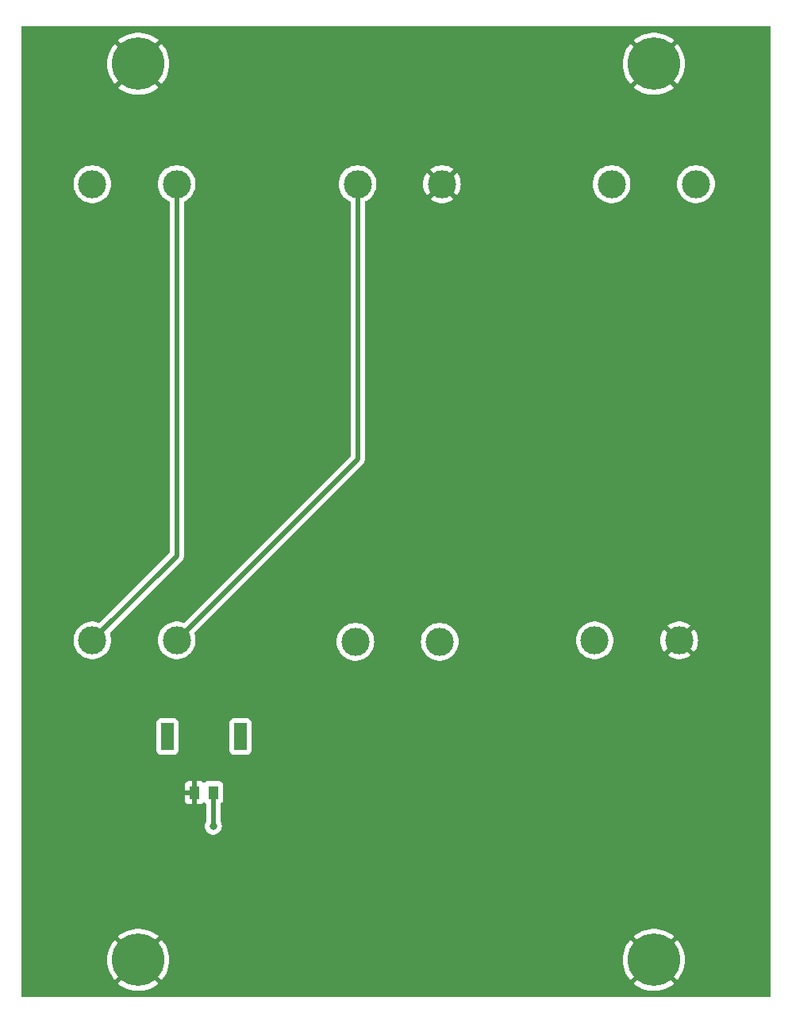
<source format=gbl>
G04 #@! TF.GenerationSoftware,KiCad,Pcbnew,7.0.1-0*
G04 #@! TF.CreationDate,2023-03-19T01:48:45-04:00*
G04 #@! TF.ProjectId,solar-cell-pcbs-usbUPDATING,736f6c61-722d-4636-956c-6c2d70636273,3*
G04 #@! TF.SameCoordinates,Original*
G04 #@! TF.FileFunction,Copper,L2,Bot*
G04 #@! TF.FilePolarity,Positive*
%FSLAX46Y46*%
G04 Gerber Fmt 4.6, Leading zero omitted, Abs format (unit mm)*
G04 Created by KiCad (PCBNEW 7.0.1-0) date 2023-03-19 01:48:45*
%MOMM*%
%LPD*%
G01*
G04 APERTURE LIST*
G04 #@! TA.AperFunction,ComponentPad*
%ADD10C,5.600000*%
G04 #@! TD*
G04 #@! TA.AperFunction,ComponentPad*
%ADD11C,3.000000*%
G04 #@! TD*
G04 #@! TA.AperFunction,SMDPad,CuDef*
%ADD12R,1.100000X1.450000*%
G04 #@! TD*
G04 #@! TA.AperFunction,SMDPad,CuDef*
%ADD13R,1.350000X2.899999*%
G04 #@! TD*
G04 #@! TA.AperFunction,ViaPad*
%ADD14C,0.800000*%
G04 #@! TD*
G04 #@! TA.AperFunction,Conductor*
%ADD15C,0.500000*%
G04 #@! TD*
G04 APERTURE END LIST*
D10*
X84600000Y-42750000D03*
D11*
X107768000Y-104348000D03*
X116768000Y-104348000D03*
X133300000Y-104200000D03*
X142300000Y-104200000D03*
D10*
X139600000Y-138250000D03*
D11*
X79700000Y-104200000D03*
X88700000Y-104200000D03*
X135100000Y-55580000D03*
X144100000Y-55580000D03*
D10*
X84600000Y-138250000D03*
D11*
X79700000Y-55580000D03*
X88700000Y-55580000D03*
D10*
X139600000Y-42750000D03*
D11*
X108000000Y-55580000D03*
X117000000Y-55580000D03*
D12*
X90605000Y-120420000D03*
X92605001Y-120420000D03*
D13*
X87710002Y-114445001D03*
X95499997Y-114445001D03*
D14*
X146100000Y-104300000D03*
X145200000Y-106900000D03*
X144300000Y-106200000D03*
X142400000Y-101600000D03*
X120000000Y-58040000D03*
X144200000Y-102400000D03*
X120900000Y-53240000D03*
X141200000Y-101600000D03*
X117300000Y-58200000D03*
X118400000Y-52040000D03*
X120900000Y-55140000D03*
X116200000Y-58600000D03*
X118900000Y-53340000D03*
X89300000Y-118900000D03*
X88100000Y-120600000D03*
X114500000Y-55240000D03*
X115100000Y-53440000D03*
X142300000Y-106900000D03*
X120200000Y-56640000D03*
X88200000Y-121900000D03*
X119600000Y-55240000D03*
X89000000Y-121300000D03*
X145200000Y-105500000D03*
X120000000Y-54040000D03*
X88100000Y-119300000D03*
X144900000Y-104300000D03*
X115800000Y-51940000D03*
X140400000Y-106200000D03*
X119000000Y-57140000D03*
X88900000Y-119800000D03*
X117000000Y-52640000D03*
X118500000Y-58340000D03*
X139800000Y-104300000D03*
X145200000Y-103100000D03*
X114400000Y-56600000D03*
X89700000Y-122200000D03*
X143800000Y-107300000D03*
X119800000Y-52340000D03*
X145100000Y-101700000D03*
X143600000Y-101200000D03*
X146300000Y-105800000D03*
X92600000Y-124000000D03*
D15*
X88700000Y-95200000D02*
X88700000Y-55580000D01*
X79700000Y-104200000D02*
X88700000Y-95200000D01*
X108000000Y-84900000D02*
X108000000Y-55580000D01*
X88700000Y-104200000D02*
X108000000Y-84900000D01*
X92605001Y-123994999D02*
X92605001Y-120420000D01*
G04 #@! TA.AperFunction,Conductor*
G36*
X152026500Y-38777381D02*
G01*
X152072619Y-38823500D01*
X152089500Y-38886500D01*
X152089500Y-142113500D01*
X152072619Y-142176500D01*
X152026500Y-142222619D01*
X151963500Y-142239500D01*
X143602088Y-142239500D01*
X135602088Y-142239500D01*
X88602088Y-142239500D01*
X80602088Y-142239500D01*
X72236500Y-142239500D01*
X72173500Y-142222619D01*
X72127381Y-142176500D01*
X72110500Y-142113500D01*
X72110500Y-140764706D01*
X82444502Y-140764706D01*
X82455307Y-140774940D01*
X82740860Y-140992013D01*
X83048233Y-141176953D01*
X83373782Y-141327568D01*
X83713715Y-141442105D01*
X84064040Y-141519217D01*
X84420642Y-141558000D01*
X84779358Y-141558000D01*
X85135959Y-141519217D01*
X85486284Y-141442105D01*
X85826217Y-141327568D01*
X86151766Y-141176953D01*
X86459139Y-140992013D01*
X86744693Y-140774939D01*
X86755496Y-140764706D01*
X137444502Y-140764706D01*
X137455307Y-140774940D01*
X137740860Y-140992013D01*
X138048233Y-141176953D01*
X138373782Y-141327568D01*
X138713715Y-141442105D01*
X139064040Y-141519217D01*
X139420642Y-141558000D01*
X139779358Y-141558000D01*
X140135959Y-141519217D01*
X140486284Y-141442105D01*
X140826217Y-141327568D01*
X141151766Y-141176953D01*
X141459139Y-140992013D01*
X141744693Y-140774939D01*
X141755496Y-140764706D01*
X139600001Y-138609210D01*
X139599999Y-138609210D01*
X137444502Y-140764706D01*
X86755496Y-140764706D01*
X84600001Y-138609210D01*
X84599999Y-138609210D01*
X82444502Y-140764706D01*
X72110500Y-140764706D01*
X72110500Y-138249999D01*
X81287140Y-138249999D01*
X81306561Y-138608183D01*
X81364593Y-138962166D01*
X81460557Y-139307797D01*
X81593331Y-139641032D01*
X81761352Y-139957955D01*
X81962655Y-140254854D01*
X82088168Y-140402620D01*
X84240789Y-138250001D01*
X84959210Y-138250001D01*
X87111831Y-140402620D01*
X87237344Y-140254854D01*
X87438647Y-139957955D01*
X87606668Y-139641032D01*
X87739442Y-139307797D01*
X87835406Y-138962166D01*
X87893438Y-138608183D01*
X87912859Y-138250000D01*
X136287140Y-138250000D01*
X136306561Y-138608183D01*
X136364593Y-138962166D01*
X136460557Y-139307797D01*
X136593331Y-139641032D01*
X136761352Y-139957955D01*
X136962655Y-140254854D01*
X137088168Y-140402620D01*
X139240789Y-138250000D01*
X139959210Y-138250000D01*
X142111831Y-140402620D01*
X142237344Y-140254854D01*
X142438647Y-139957955D01*
X142606668Y-139641032D01*
X142739442Y-139307797D01*
X142835406Y-138962166D01*
X142893438Y-138608183D01*
X142912859Y-138250000D01*
X142893438Y-137891816D01*
X142835406Y-137537833D01*
X142739442Y-137192202D01*
X142606668Y-136858967D01*
X142438647Y-136542044D01*
X142237341Y-136245140D01*
X142111831Y-136097377D01*
X139959210Y-138249998D01*
X139959210Y-138250000D01*
X139240789Y-138250000D01*
X139240789Y-138249998D01*
X137088167Y-136097377D01*
X137088166Y-136097378D01*
X136962658Y-136245139D01*
X136761352Y-136542044D01*
X136593331Y-136858967D01*
X136460557Y-137192202D01*
X136364593Y-137537833D01*
X136306561Y-137891816D01*
X136287140Y-138250000D01*
X87912859Y-138250000D01*
X87912859Y-138249999D01*
X87893438Y-137891816D01*
X87835406Y-137537833D01*
X87739442Y-137192202D01*
X87606668Y-136858967D01*
X87438647Y-136542044D01*
X87237341Y-136245140D01*
X87111831Y-136097377D01*
X84959210Y-138249999D01*
X84959210Y-138250001D01*
X84240789Y-138250001D01*
X84240789Y-138249999D01*
X82088167Y-136097377D01*
X82088166Y-136097378D01*
X81962658Y-136245139D01*
X81761352Y-136542044D01*
X81593331Y-136858967D01*
X81460557Y-137192202D01*
X81364593Y-137537833D01*
X81306561Y-137891816D01*
X81287140Y-138249999D01*
X72110500Y-138249999D01*
X72110500Y-135735292D01*
X82444502Y-135735292D01*
X84599999Y-137890789D01*
X84600001Y-137890789D01*
X86755496Y-135735292D01*
X137444502Y-135735292D01*
X139599999Y-137890789D01*
X139600001Y-137890789D01*
X141755496Y-135735292D01*
X141744692Y-135725059D01*
X141459139Y-135507986D01*
X141151766Y-135323046D01*
X140826217Y-135172431D01*
X140486284Y-135057894D01*
X140135959Y-134980782D01*
X139779358Y-134942000D01*
X139420642Y-134942000D01*
X139064040Y-134980782D01*
X138713715Y-135057894D01*
X138373782Y-135172431D01*
X138048233Y-135323046D01*
X137740860Y-135507986D01*
X137455303Y-135725062D01*
X137444502Y-135735292D01*
X86755496Y-135735292D01*
X86744692Y-135725059D01*
X86459139Y-135507986D01*
X86151766Y-135323046D01*
X85826217Y-135172431D01*
X85486284Y-135057894D01*
X85135959Y-134980782D01*
X84779358Y-134942000D01*
X84420642Y-134942000D01*
X84064040Y-134980782D01*
X83713715Y-135057894D01*
X83373782Y-135172431D01*
X83048233Y-135323046D01*
X82740860Y-135507986D01*
X82455303Y-135725062D01*
X82444502Y-135735292D01*
X72110500Y-135735292D01*
X72110500Y-120674000D01*
X89547000Y-120674000D01*
X89547000Y-121193589D01*
X89553505Y-121254093D01*
X89604554Y-121390962D01*
X89692095Y-121507904D01*
X89809037Y-121595445D01*
X89945906Y-121646494D01*
X90006411Y-121653000D01*
X90351000Y-121653000D01*
X90859000Y-121653000D01*
X91203589Y-121653000D01*
X91264093Y-121646494D01*
X91400962Y-121595445D01*
X91529074Y-121499542D01*
X91577800Y-121477290D01*
X91631366Y-121477290D01*
X91680092Y-121499542D01*
X91796010Y-121586318D01*
X91833174Y-121630787D01*
X91846501Y-121687186D01*
X91846501Y-123454339D01*
X91829620Y-123517337D01*
X91798517Y-123571210D01*
X91765471Y-123628446D01*
X91706458Y-123810070D01*
X91686496Y-123999999D01*
X91706458Y-124189929D01*
X91765472Y-124371556D01*
X91860958Y-124536942D01*
X91860960Y-124536944D01*
X91988747Y-124678866D01*
X92143248Y-124791118D01*
X92317712Y-124868794D01*
X92504513Y-124908500D01*
X92695485Y-124908500D01*
X92695487Y-124908500D01*
X92882288Y-124868794D01*
X93056752Y-124791118D01*
X93211253Y-124678866D01*
X93339040Y-124536944D01*
X93434527Y-124371556D01*
X93493542Y-124189928D01*
X93513504Y-124000000D01*
X93493542Y-123810072D01*
X93434527Y-123628444D01*
X93380382Y-123534662D01*
X93363501Y-123471662D01*
X93363501Y-121687186D01*
X93376829Y-121630786D01*
X93413992Y-121586318D01*
X93518262Y-121508261D01*
X93605889Y-121391205D01*
X93605888Y-121391205D01*
X93605890Y-121391204D01*
X93656990Y-121254201D01*
X93663501Y-121193638D01*
X93663501Y-119646362D01*
X93656990Y-119585799D01*
X93605890Y-119448796D01*
X93541447Y-119362710D01*
X93518262Y-119331738D01*
X93401206Y-119244111D01*
X93332703Y-119218561D01*
X93264202Y-119193011D01*
X93203639Y-119186500D01*
X92006363Y-119186500D01*
X91945800Y-119193011D01*
X91808795Y-119244111D01*
X91680093Y-119340457D01*
X91631368Y-119362709D01*
X91577801Y-119362710D01*
X91529075Y-119340458D01*
X91400960Y-119244553D01*
X91264093Y-119193505D01*
X91203589Y-119187000D01*
X90859000Y-119187000D01*
X90859000Y-121653000D01*
X90351000Y-121653000D01*
X90351000Y-120674000D01*
X89547000Y-120674000D01*
X72110500Y-120674000D01*
X72110500Y-120166000D01*
X89547000Y-120166000D01*
X90351000Y-120166000D01*
X90351000Y-119187000D01*
X90006411Y-119187000D01*
X89945906Y-119193505D01*
X89809037Y-119244554D01*
X89692095Y-119332095D01*
X89604554Y-119449037D01*
X89553505Y-119585906D01*
X89547000Y-119646411D01*
X89547000Y-120166000D01*
X72110500Y-120166000D01*
X72110500Y-115943639D01*
X86526502Y-115943639D01*
X86533013Y-116004201D01*
X86584113Y-116141206D01*
X86671740Y-116258262D01*
X86788796Y-116345889D01*
X86788797Y-116345889D01*
X86788798Y-116345890D01*
X86925801Y-116396990D01*
X86986364Y-116403501D01*
X88433640Y-116403501D01*
X88494203Y-116396990D01*
X88631206Y-116345890D01*
X88748263Y-116258262D01*
X88835891Y-116141205D01*
X88886991Y-116004202D01*
X88893502Y-115943639D01*
X94316497Y-115943639D01*
X94323008Y-116004201D01*
X94374108Y-116141206D01*
X94461735Y-116258262D01*
X94578791Y-116345889D01*
X94578792Y-116345889D01*
X94578793Y-116345890D01*
X94715796Y-116396990D01*
X94776359Y-116403501D01*
X96223635Y-116403501D01*
X96284198Y-116396990D01*
X96421201Y-116345890D01*
X96538258Y-116258262D01*
X96625886Y-116141205D01*
X96676986Y-116004202D01*
X96683497Y-115943639D01*
X96683497Y-112946363D01*
X96676986Y-112885800D01*
X96625886Y-112748797D01*
X96625885Y-112748795D01*
X96538258Y-112631739D01*
X96421202Y-112544112D01*
X96352699Y-112518562D01*
X96284198Y-112493012D01*
X96223635Y-112486501D01*
X94776359Y-112486501D01*
X94715796Y-112493012D01*
X94578791Y-112544112D01*
X94461735Y-112631739D01*
X94374108Y-112748795D01*
X94323008Y-112885800D01*
X94316497Y-112946363D01*
X94316497Y-115943639D01*
X88893502Y-115943639D01*
X88893502Y-112946363D01*
X88886991Y-112885800D01*
X88835891Y-112748797D01*
X88835890Y-112748795D01*
X88748263Y-112631739D01*
X88631207Y-112544112D01*
X88562704Y-112518562D01*
X88494203Y-112493012D01*
X88433640Y-112486501D01*
X86986364Y-112486501D01*
X86925801Y-112493012D01*
X86788796Y-112544112D01*
X86671740Y-112631739D01*
X86584113Y-112748795D01*
X86533013Y-112885800D01*
X86526502Y-112946363D01*
X86526502Y-115943639D01*
X72110500Y-115943639D01*
X72110500Y-104199999D01*
X77686807Y-104199999D01*
X77705557Y-104474124D01*
X77705557Y-104474128D01*
X77705558Y-104474130D01*
X77761462Y-104743153D01*
X77761463Y-104743155D01*
X77853476Y-105002057D01*
X77979889Y-105246024D01*
X78084358Y-105394023D01*
X78138343Y-105470502D01*
X78325889Y-105671314D01*
X78539031Y-105844718D01*
X78773800Y-105987484D01*
X79025823Y-106096953D01*
X79290404Y-106171085D01*
X79290410Y-106171085D01*
X79290411Y-106171086D01*
X79562612Y-106208500D01*
X79562615Y-106208500D01*
X79837385Y-106208500D01*
X79837388Y-106208500D01*
X80056636Y-106178364D01*
X80109596Y-106171085D01*
X80374177Y-106096953D01*
X80626200Y-105987484D01*
X80860969Y-105844718D01*
X81074111Y-105671314D01*
X81261657Y-105470502D01*
X81420111Y-105246023D01*
X81546523Y-105002058D01*
X81638538Y-104743153D01*
X81694442Y-104474130D01*
X81713193Y-104200000D01*
X81713193Y-104199999D01*
X86686807Y-104199999D01*
X86705557Y-104474124D01*
X86705557Y-104474128D01*
X86705558Y-104474130D01*
X86761462Y-104743153D01*
X86761463Y-104743155D01*
X86853476Y-105002057D01*
X86979889Y-105246024D01*
X87084358Y-105394023D01*
X87138343Y-105470502D01*
X87325889Y-105671314D01*
X87539031Y-105844718D01*
X87773800Y-105987484D01*
X88025823Y-106096953D01*
X88290404Y-106171085D01*
X88290410Y-106171085D01*
X88290411Y-106171086D01*
X88562612Y-106208500D01*
X88562615Y-106208500D01*
X88837385Y-106208500D01*
X88837388Y-106208500D01*
X89056636Y-106178364D01*
X89109596Y-106171085D01*
X89374177Y-106096953D01*
X89626200Y-105987484D01*
X89860969Y-105844718D01*
X90074111Y-105671314D01*
X90261657Y-105470502D01*
X90420111Y-105246023D01*
X90546523Y-105002058D01*
X90638538Y-104743153D01*
X90694442Y-104474130D01*
X90703070Y-104348000D01*
X105754807Y-104348000D01*
X105773557Y-104622124D01*
X105773557Y-104622128D01*
X105773558Y-104622130D01*
X105829462Y-104891153D01*
X105829463Y-104891155D01*
X105921476Y-105150057D01*
X106047889Y-105394024D01*
X106206342Y-105618501D01*
X106206343Y-105618502D01*
X106393889Y-105819314D01*
X106607031Y-105992718D01*
X106841800Y-106135484D01*
X107093823Y-106244953D01*
X107358404Y-106319085D01*
X107358410Y-106319085D01*
X107358411Y-106319086D01*
X107630612Y-106356500D01*
X107630615Y-106356500D01*
X107905385Y-106356500D01*
X107905388Y-106356500D01*
X108124636Y-106326364D01*
X108177596Y-106319085D01*
X108442177Y-106244953D01*
X108694200Y-106135484D01*
X108928969Y-105992718D01*
X109142111Y-105819314D01*
X109329657Y-105618502D01*
X109488111Y-105394023D01*
X109614523Y-105150058D01*
X109706538Y-104891153D01*
X109762442Y-104622130D01*
X109781193Y-104348000D01*
X114754807Y-104348000D01*
X114773557Y-104622124D01*
X114773557Y-104622128D01*
X114773558Y-104622130D01*
X114829462Y-104891153D01*
X114829463Y-104891155D01*
X114921476Y-105150057D01*
X115047889Y-105394024D01*
X115206342Y-105618501D01*
X115206343Y-105618502D01*
X115393889Y-105819314D01*
X115607031Y-105992718D01*
X115841800Y-106135484D01*
X116093823Y-106244953D01*
X116358404Y-106319085D01*
X116358410Y-106319085D01*
X116358411Y-106319086D01*
X116630612Y-106356500D01*
X116630615Y-106356500D01*
X116905385Y-106356500D01*
X116905388Y-106356500D01*
X117124636Y-106326364D01*
X117177596Y-106319085D01*
X117442177Y-106244953D01*
X117694200Y-106135484D01*
X117928969Y-105992718D01*
X118142111Y-105819314D01*
X118329657Y-105618502D01*
X118488111Y-105394023D01*
X118614523Y-105150058D01*
X118706538Y-104891153D01*
X118762442Y-104622130D01*
X118781193Y-104348000D01*
X118771070Y-104200000D01*
X131286807Y-104200000D01*
X131305557Y-104474124D01*
X131305557Y-104474128D01*
X131305558Y-104474130D01*
X131361462Y-104743153D01*
X131361463Y-104743155D01*
X131453476Y-105002057D01*
X131579889Y-105246024D01*
X131684358Y-105394023D01*
X131738343Y-105470502D01*
X131925889Y-105671314D01*
X132139031Y-105844718D01*
X132373800Y-105987484D01*
X132625823Y-106096953D01*
X132890404Y-106171085D01*
X132890410Y-106171085D01*
X132890411Y-106171086D01*
X133162612Y-106208500D01*
X133162615Y-106208500D01*
X133437385Y-106208500D01*
X133437388Y-106208500D01*
X133656636Y-106178364D01*
X133709596Y-106171085D01*
X133974177Y-106096953D01*
X134226200Y-105987484D01*
X134460969Y-105844718D01*
X134530078Y-105788494D01*
X141070715Y-105788494D01*
X141139321Y-105844310D01*
X141374026Y-105987036D01*
X141625989Y-106096480D01*
X141890513Y-106170596D01*
X142162645Y-106208000D01*
X142437355Y-106208000D01*
X142709486Y-106170596D01*
X142974010Y-106096480D01*
X143225970Y-105987038D01*
X143460681Y-105844307D01*
X143529283Y-105788493D01*
X143529283Y-105788492D01*
X142300001Y-104559210D01*
X142299999Y-104559210D01*
X141070715Y-105788492D01*
X141070715Y-105788494D01*
X134530078Y-105788494D01*
X134674111Y-105671314D01*
X134861657Y-105470502D01*
X135020111Y-105246023D01*
X135146523Y-105002058D01*
X135238538Y-104743153D01*
X135294442Y-104474130D01*
X135313193Y-104200000D01*
X135313193Y-104199999D01*
X140287308Y-104199999D01*
X140306053Y-104474056D01*
X140361945Y-104743020D01*
X140453936Y-105001860D01*
X140580318Y-105245765D01*
X140710540Y-105430248D01*
X140710541Y-105430248D01*
X141940790Y-104200001D01*
X142659210Y-104200001D01*
X143889457Y-105430247D01*
X144019683Y-105245761D01*
X144146063Y-105001860D01*
X144238054Y-104743020D01*
X144293946Y-104474056D01*
X144312691Y-104199999D01*
X144293946Y-103925943D01*
X144238054Y-103656979D01*
X144146063Y-103398139D01*
X144019683Y-103154238D01*
X143889457Y-102969750D01*
X142659210Y-104199999D01*
X142659210Y-104200001D01*
X141940790Y-104200001D01*
X141940790Y-104199999D01*
X140710541Y-102969750D01*
X140580316Y-103154240D01*
X140453936Y-103398139D01*
X140361945Y-103656979D01*
X140306053Y-103925943D01*
X140287308Y-104199999D01*
X135313193Y-104199999D01*
X135294442Y-103925870D01*
X135238538Y-103656847D01*
X135146523Y-103397942D01*
X135020111Y-103153977D01*
X134966126Y-103077498D01*
X134861656Y-102929497D01*
X134674112Y-102728687D01*
X134530076Y-102611505D01*
X141070714Y-102611505D01*
X142299999Y-103840790D01*
X142300000Y-103840790D01*
X143529283Y-102611504D01*
X143460678Y-102555689D01*
X143225973Y-102412963D01*
X142974010Y-102303519D01*
X142709486Y-102229403D01*
X142437355Y-102192000D01*
X142162645Y-102192000D01*
X141890513Y-102229403D01*
X141625989Y-102303519D01*
X141374026Y-102412963D01*
X141139322Y-102555689D01*
X141070715Y-102611505D01*
X141070714Y-102611505D01*
X134530076Y-102611505D01*
X134460969Y-102555282D01*
X134289563Y-102451048D01*
X134226200Y-102412516D01*
X133974177Y-102303047D01*
X133709596Y-102228915D01*
X133709594Y-102228914D01*
X133709588Y-102228913D01*
X133437388Y-102191500D01*
X133437385Y-102191500D01*
X133162615Y-102191500D01*
X133162612Y-102191500D01*
X132890411Y-102228913D01*
X132890403Y-102228915D01*
X132890404Y-102228915D01*
X132625823Y-102303047D01*
X132625821Y-102303047D01*
X132625820Y-102303048D01*
X132373801Y-102412515D01*
X132139030Y-102555282D01*
X131925887Y-102728687D01*
X131738343Y-102929497D01*
X131579889Y-103153975D01*
X131453476Y-103397942D01*
X131361463Y-103656844D01*
X131305557Y-103925875D01*
X131286807Y-104200000D01*
X118771070Y-104200000D01*
X118762442Y-104073870D01*
X118706538Y-103804847D01*
X118614523Y-103545942D01*
X118488111Y-103301977D01*
X118329657Y-103077498D01*
X118142111Y-102876686D01*
X117928969Y-102703282D01*
X117694200Y-102560516D01*
X117442177Y-102451047D01*
X117177596Y-102376915D01*
X117177594Y-102376914D01*
X117177588Y-102376913D01*
X116905388Y-102339500D01*
X116905385Y-102339500D01*
X116630615Y-102339500D01*
X116630612Y-102339500D01*
X116358411Y-102376913D01*
X116358403Y-102376915D01*
X116358404Y-102376915D01*
X116093823Y-102451047D01*
X116093821Y-102451047D01*
X116093820Y-102451048D01*
X115841801Y-102560515D01*
X115607030Y-102703282D01*
X115393887Y-102876687D01*
X115206343Y-103077497D01*
X115047889Y-103301975D01*
X114921476Y-103545942D01*
X114829463Y-103804844D01*
X114773557Y-104073875D01*
X114754807Y-104348000D01*
X109781193Y-104348000D01*
X109762442Y-104073870D01*
X109706538Y-103804847D01*
X109614523Y-103545942D01*
X109488111Y-103301977D01*
X109329657Y-103077498D01*
X109142111Y-102876686D01*
X108928969Y-102703282D01*
X108694200Y-102560516D01*
X108442177Y-102451047D01*
X108177596Y-102376915D01*
X108177594Y-102376914D01*
X108177588Y-102376913D01*
X107905388Y-102339500D01*
X107905385Y-102339500D01*
X107630615Y-102339500D01*
X107630612Y-102339500D01*
X107358411Y-102376913D01*
X107358403Y-102376915D01*
X107358404Y-102376915D01*
X107093823Y-102451047D01*
X107093821Y-102451047D01*
X107093820Y-102451048D01*
X106841801Y-102560515D01*
X106607030Y-102703282D01*
X106393887Y-102876687D01*
X106206343Y-103077497D01*
X106047889Y-103301975D01*
X105921476Y-103545942D01*
X105829463Y-103804844D01*
X105773557Y-104073875D01*
X105754807Y-104348000D01*
X90703070Y-104348000D01*
X90713193Y-104200000D01*
X90694442Y-103925870D01*
X90638538Y-103656847D01*
X90580576Y-103493761D01*
X90576393Y-103423829D01*
X90610205Y-103362474D01*
X108490777Y-85481902D01*
X108504624Y-85469936D01*
X108524058Y-85455469D01*
X108556226Y-85417131D01*
X108563642Y-85409037D01*
X108567581Y-85405100D01*
X108587012Y-85380523D01*
X108589286Y-85377731D01*
X108638032Y-85319640D01*
X108638033Y-85319636D01*
X108638890Y-85318616D01*
X108649402Y-85302117D01*
X108653155Y-85294068D01*
X108682036Y-85232131D01*
X108683544Y-85229015D01*
X108717609Y-85161188D01*
X108717610Y-85161179D01*
X108718212Y-85159983D01*
X108724634Y-85141509D01*
X108740238Y-85065935D01*
X108741022Y-85062397D01*
X108758500Y-84988656D01*
X108758500Y-84988654D01*
X108758808Y-84987355D01*
X108760797Y-84967885D01*
X108760758Y-84966560D01*
X108760759Y-84966558D01*
X108758553Y-84890741D01*
X108758500Y-84887077D01*
X108758500Y-57522970D01*
X108767819Y-57475415D01*
X108794396Y-57434894D01*
X108834301Y-57407401D01*
X108926200Y-57367484D01*
X109160969Y-57224718D01*
X109230078Y-57168494D01*
X115770715Y-57168494D01*
X115839321Y-57224310D01*
X116074026Y-57367036D01*
X116325989Y-57476480D01*
X116590513Y-57550596D01*
X116862645Y-57588000D01*
X117137355Y-57588000D01*
X117409486Y-57550596D01*
X117674010Y-57476480D01*
X117925970Y-57367038D01*
X118160681Y-57224307D01*
X118229283Y-57168493D01*
X118229283Y-57168492D01*
X117000001Y-55939210D01*
X116999999Y-55939210D01*
X115770715Y-57168492D01*
X115770715Y-57168494D01*
X109230078Y-57168494D01*
X109374111Y-57051314D01*
X109561657Y-56850502D01*
X109720111Y-56626023D01*
X109846523Y-56382058D01*
X109938538Y-56123153D01*
X109994442Y-55854130D01*
X110013193Y-55580000D01*
X114987308Y-55580000D01*
X115006053Y-55854056D01*
X115061945Y-56123020D01*
X115153936Y-56381860D01*
X115280318Y-56625765D01*
X115410540Y-56810248D01*
X115410541Y-56810248D01*
X116640790Y-55580001D01*
X117359210Y-55580001D01*
X118589457Y-56810247D01*
X118719683Y-56625761D01*
X118846063Y-56381860D01*
X118938054Y-56123020D01*
X118993946Y-55854056D01*
X119012691Y-55580000D01*
X119012691Y-55579999D01*
X133086807Y-55579999D01*
X133105557Y-55854124D01*
X133105557Y-55854128D01*
X133105558Y-55854130D01*
X133161462Y-56123153D01*
X133161463Y-56123155D01*
X133253476Y-56382057D01*
X133379889Y-56626024D01*
X133509928Y-56810247D01*
X133538343Y-56850502D01*
X133725889Y-57051314D01*
X133939031Y-57224718D01*
X134173800Y-57367484D01*
X134425823Y-57476953D01*
X134690404Y-57551085D01*
X134690410Y-57551085D01*
X134690411Y-57551086D01*
X134962612Y-57588500D01*
X134962615Y-57588500D01*
X135237385Y-57588500D01*
X135237388Y-57588500D01*
X135456636Y-57558364D01*
X135509596Y-57551085D01*
X135774177Y-57476953D01*
X136026200Y-57367484D01*
X136260969Y-57224718D01*
X136474111Y-57051314D01*
X136661657Y-56850502D01*
X136820111Y-56626023D01*
X136946523Y-56382058D01*
X137038538Y-56123153D01*
X137094442Y-55854130D01*
X137113193Y-55580000D01*
X137113193Y-55579999D01*
X142086807Y-55579999D01*
X142105557Y-55854124D01*
X142105557Y-55854128D01*
X142105558Y-55854130D01*
X142161462Y-56123153D01*
X142161463Y-56123155D01*
X142253476Y-56382057D01*
X142379889Y-56626024D01*
X142509928Y-56810247D01*
X142538343Y-56850502D01*
X142725889Y-57051314D01*
X142939031Y-57224718D01*
X143173800Y-57367484D01*
X143425823Y-57476953D01*
X143690404Y-57551085D01*
X143690410Y-57551085D01*
X143690411Y-57551086D01*
X143962612Y-57588500D01*
X143962615Y-57588500D01*
X144237385Y-57588500D01*
X144237388Y-57588500D01*
X144456636Y-57558364D01*
X144509596Y-57551085D01*
X144774177Y-57476953D01*
X145026200Y-57367484D01*
X145260969Y-57224718D01*
X145474111Y-57051314D01*
X145661657Y-56850502D01*
X145820111Y-56626023D01*
X145946523Y-56382058D01*
X146038538Y-56123153D01*
X146094442Y-55854130D01*
X146113193Y-55580000D01*
X146094442Y-55305870D01*
X146038538Y-55036847D01*
X145946523Y-54777942D01*
X145820111Y-54533977D01*
X145661657Y-54309498D01*
X145474111Y-54108686D01*
X145260969Y-53935282D01*
X145026200Y-53792516D01*
X144774177Y-53683047D01*
X144509596Y-53608915D01*
X144509594Y-53608914D01*
X144509588Y-53608913D01*
X144237388Y-53571500D01*
X144237385Y-53571500D01*
X143962615Y-53571500D01*
X143962612Y-53571500D01*
X143690411Y-53608913D01*
X143690403Y-53608915D01*
X143690404Y-53608915D01*
X143425823Y-53683047D01*
X143425821Y-53683047D01*
X143425820Y-53683048D01*
X143173801Y-53792515D01*
X142939030Y-53935282D01*
X142725887Y-54108687D01*
X142538343Y-54309497D01*
X142379889Y-54533975D01*
X142253476Y-54777942D01*
X142161463Y-55036844D01*
X142105557Y-55305875D01*
X142086807Y-55579999D01*
X137113193Y-55579999D01*
X137094442Y-55305870D01*
X137038538Y-55036847D01*
X136946523Y-54777942D01*
X136820111Y-54533977D01*
X136661657Y-54309498D01*
X136474111Y-54108686D01*
X136260969Y-53935282D01*
X136026200Y-53792516D01*
X135774177Y-53683047D01*
X135509596Y-53608915D01*
X135509594Y-53608914D01*
X135509588Y-53608913D01*
X135237388Y-53571500D01*
X135237385Y-53571500D01*
X134962615Y-53571500D01*
X134962612Y-53571500D01*
X134690411Y-53608913D01*
X134690403Y-53608915D01*
X134690404Y-53608915D01*
X134425823Y-53683047D01*
X134425821Y-53683047D01*
X134425820Y-53683048D01*
X134173801Y-53792515D01*
X133939030Y-53935282D01*
X133725887Y-54108687D01*
X133538343Y-54309497D01*
X133379889Y-54533975D01*
X133253476Y-54777942D01*
X133161463Y-55036844D01*
X133105557Y-55305875D01*
X133086807Y-55579999D01*
X119012691Y-55579999D01*
X118993946Y-55305943D01*
X118938054Y-55036979D01*
X118846063Y-54778139D01*
X118719683Y-54534238D01*
X118589457Y-54349750D01*
X117359210Y-55579999D01*
X117359210Y-55580001D01*
X116640790Y-55580001D01*
X116640790Y-55579999D01*
X115410541Y-54349750D01*
X115280316Y-54534240D01*
X115153936Y-54778139D01*
X115061945Y-55036979D01*
X115006053Y-55305943D01*
X114987308Y-55580000D01*
X110013193Y-55580000D01*
X109994442Y-55305870D01*
X109938538Y-55036847D01*
X109846523Y-54777942D01*
X109720111Y-54533977D01*
X109561657Y-54309498D01*
X109374111Y-54108686D01*
X109230076Y-53991505D01*
X115770714Y-53991505D01*
X116999999Y-55220790D01*
X117000000Y-55220790D01*
X118229283Y-53991504D01*
X118160678Y-53935689D01*
X117925973Y-53792963D01*
X117674010Y-53683519D01*
X117409486Y-53609403D01*
X117137355Y-53572000D01*
X116862645Y-53572000D01*
X116590513Y-53609403D01*
X116325989Y-53683519D01*
X116074026Y-53792963D01*
X115839322Y-53935689D01*
X115770715Y-53991505D01*
X115770714Y-53991505D01*
X109230076Y-53991505D01*
X109160969Y-53935282D01*
X108926200Y-53792516D01*
X108674177Y-53683047D01*
X108409596Y-53608915D01*
X108409594Y-53608914D01*
X108409588Y-53608913D01*
X108137388Y-53571500D01*
X108137385Y-53571500D01*
X107862615Y-53571500D01*
X107862612Y-53571500D01*
X107590411Y-53608913D01*
X107590403Y-53608915D01*
X107590404Y-53608915D01*
X107325823Y-53683047D01*
X107325821Y-53683047D01*
X107325820Y-53683048D01*
X107073801Y-53792515D01*
X106839030Y-53935282D01*
X106625887Y-54108687D01*
X106438343Y-54309497D01*
X106279889Y-54533975D01*
X106153476Y-54777942D01*
X106061463Y-55036844D01*
X106005557Y-55305875D01*
X105986807Y-55580000D01*
X106005557Y-55854124D01*
X106005557Y-55854128D01*
X106005558Y-55854130D01*
X106061462Y-56123153D01*
X106061463Y-56123155D01*
X106153476Y-56382057D01*
X106279889Y-56626024D01*
X106409928Y-56810247D01*
X106438343Y-56850502D01*
X106625889Y-57051314D01*
X106839031Y-57224718D01*
X106990322Y-57316719D01*
X107073798Y-57367483D01*
X107165699Y-57407401D01*
X107205604Y-57434894D01*
X107232181Y-57475415D01*
X107241500Y-57522970D01*
X107241500Y-84533629D01*
X107231909Y-84581847D01*
X107204595Y-84622724D01*
X89539456Y-102287861D01*
X89497916Y-102315447D01*
X89448927Y-102324758D01*
X89400167Y-102314336D01*
X89374177Y-102303047D01*
X89109596Y-102228915D01*
X89109594Y-102228914D01*
X89109588Y-102228913D01*
X88837388Y-102191500D01*
X88837385Y-102191500D01*
X88562615Y-102191500D01*
X88562612Y-102191500D01*
X88290411Y-102228913D01*
X88290403Y-102228915D01*
X88290404Y-102228915D01*
X88025823Y-102303047D01*
X88025821Y-102303047D01*
X88025820Y-102303048D01*
X87773801Y-102412515D01*
X87539030Y-102555282D01*
X87325887Y-102728687D01*
X87138343Y-102929497D01*
X86979889Y-103153975D01*
X86853476Y-103397942D01*
X86761463Y-103656844D01*
X86705557Y-103925875D01*
X86686807Y-104199999D01*
X81713193Y-104199999D01*
X81694442Y-103925870D01*
X81638538Y-103656847D01*
X81580576Y-103493761D01*
X81576393Y-103423829D01*
X81610205Y-103362474D01*
X89190777Y-95781902D01*
X89204624Y-95769936D01*
X89224058Y-95755469D01*
X89256228Y-95717128D01*
X89263645Y-95709034D01*
X89267580Y-95705101D01*
X89287043Y-95680484D01*
X89289268Y-95677753D01*
X89338032Y-95619640D01*
X89338033Y-95619636D01*
X89338890Y-95618616D01*
X89349402Y-95602117D01*
X89381990Y-95532231D01*
X89383587Y-95528932D01*
X89396888Y-95502446D01*
X89417609Y-95461188D01*
X89417609Y-95461185D01*
X89418207Y-95459996D01*
X89424632Y-95441513D01*
X89440227Y-95365981D01*
X89441021Y-95362399D01*
X89458807Y-95287359D01*
X89460796Y-95267888D01*
X89460757Y-95266560D01*
X89460758Y-95266558D01*
X89458552Y-95190760D01*
X89458500Y-95187097D01*
X89458500Y-57522970D01*
X89467819Y-57475415D01*
X89494396Y-57434894D01*
X89534301Y-57407401D01*
X89626200Y-57367484D01*
X89860969Y-57224718D01*
X90074111Y-57051314D01*
X90261657Y-56850502D01*
X90420111Y-56626023D01*
X90546523Y-56382058D01*
X90638538Y-56123153D01*
X90694442Y-55854130D01*
X90713193Y-55580000D01*
X90694442Y-55305870D01*
X90638538Y-55036847D01*
X90546523Y-54777942D01*
X90420111Y-54533977D01*
X90261657Y-54309498D01*
X90074111Y-54108686D01*
X89860969Y-53935282D01*
X89626200Y-53792516D01*
X89374177Y-53683047D01*
X89109596Y-53608915D01*
X89109594Y-53608914D01*
X89109588Y-53608913D01*
X88837388Y-53571500D01*
X88837385Y-53571500D01*
X88562615Y-53571500D01*
X88562612Y-53571500D01*
X88290411Y-53608913D01*
X88290403Y-53608915D01*
X88290404Y-53608915D01*
X88025823Y-53683047D01*
X88025821Y-53683047D01*
X88025820Y-53683048D01*
X87773801Y-53792515D01*
X87539030Y-53935282D01*
X87325887Y-54108687D01*
X87138343Y-54309497D01*
X86979889Y-54533975D01*
X86853476Y-54777942D01*
X86761463Y-55036844D01*
X86705557Y-55305875D01*
X86686807Y-55580000D01*
X86705557Y-55854124D01*
X86705557Y-55854128D01*
X86705558Y-55854130D01*
X86761462Y-56123153D01*
X86761463Y-56123155D01*
X86853476Y-56382057D01*
X86979889Y-56626024D01*
X87109928Y-56810247D01*
X87138343Y-56850502D01*
X87325889Y-57051314D01*
X87539031Y-57224718D01*
X87690322Y-57316719D01*
X87773798Y-57367483D01*
X87865699Y-57407401D01*
X87905604Y-57434894D01*
X87932181Y-57475415D01*
X87941500Y-57522970D01*
X87941500Y-94833629D01*
X87931909Y-94881847D01*
X87904595Y-94922724D01*
X80539456Y-102287861D01*
X80497916Y-102315447D01*
X80448927Y-102324758D01*
X80400167Y-102314336D01*
X80374177Y-102303047D01*
X80109596Y-102228915D01*
X80109594Y-102228914D01*
X80109588Y-102228913D01*
X79837388Y-102191500D01*
X79837385Y-102191500D01*
X79562615Y-102191500D01*
X79562612Y-102191500D01*
X79290411Y-102228913D01*
X79290403Y-102228915D01*
X79290404Y-102228915D01*
X79025823Y-102303047D01*
X79025821Y-102303047D01*
X79025820Y-102303048D01*
X78773801Y-102412515D01*
X78539030Y-102555282D01*
X78325887Y-102728687D01*
X78138343Y-102929497D01*
X77979889Y-103153975D01*
X77853476Y-103397942D01*
X77761463Y-103656844D01*
X77705557Y-103925875D01*
X77686807Y-104199999D01*
X72110500Y-104199999D01*
X72110500Y-55580000D01*
X77686807Y-55580000D01*
X77705557Y-55854124D01*
X77705557Y-55854128D01*
X77705558Y-55854130D01*
X77761462Y-56123153D01*
X77761463Y-56123155D01*
X77853476Y-56382057D01*
X77979889Y-56626024D01*
X78109928Y-56810247D01*
X78138343Y-56850502D01*
X78325889Y-57051314D01*
X78539031Y-57224718D01*
X78773800Y-57367484D01*
X79025823Y-57476953D01*
X79290404Y-57551085D01*
X79290410Y-57551085D01*
X79290411Y-57551086D01*
X79562612Y-57588500D01*
X79562615Y-57588500D01*
X79837385Y-57588500D01*
X79837388Y-57588500D01*
X80056636Y-57558364D01*
X80109596Y-57551085D01*
X80374177Y-57476953D01*
X80626200Y-57367484D01*
X80860969Y-57224718D01*
X81074111Y-57051314D01*
X81261657Y-56850502D01*
X81420111Y-56626023D01*
X81546523Y-56382058D01*
X81638538Y-56123153D01*
X81694442Y-55854130D01*
X81713193Y-55580000D01*
X81694442Y-55305870D01*
X81638538Y-55036847D01*
X81546523Y-54777942D01*
X81420111Y-54533977D01*
X81261657Y-54309498D01*
X81074111Y-54108686D01*
X80860969Y-53935282D01*
X80626200Y-53792516D01*
X80374177Y-53683047D01*
X80109596Y-53608915D01*
X80109594Y-53608914D01*
X80109588Y-53608913D01*
X79837388Y-53571500D01*
X79837385Y-53571500D01*
X79562615Y-53571500D01*
X79562612Y-53571500D01*
X79290411Y-53608913D01*
X79290403Y-53608915D01*
X79290404Y-53608915D01*
X79025823Y-53683047D01*
X79025821Y-53683047D01*
X79025820Y-53683048D01*
X78773801Y-53792515D01*
X78539030Y-53935282D01*
X78325887Y-54108687D01*
X78138343Y-54309497D01*
X77979889Y-54533975D01*
X77853476Y-54777942D01*
X77761463Y-55036844D01*
X77705557Y-55305875D01*
X77686807Y-55580000D01*
X72110500Y-55580000D01*
X72110500Y-45264706D01*
X82444502Y-45264706D01*
X82455307Y-45274940D01*
X82740860Y-45492013D01*
X83048233Y-45676953D01*
X83373782Y-45827568D01*
X83713715Y-45942105D01*
X84064040Y-46019217D01*
X84420642Y-46058000D01*
X84779358Y-46058000D01*
X85135959Y-46019217D01*
X85486284Y-45942105D01*
X85826217Y-45827568D01*
X86151766Y-45676953D01*
X86459139Y-45492013D01*
X86744693Y-45274939D01*
X86755496Y-45264706D01*
X137444502Y-45264706D01*
X137455307Y-45274940D01*
X137740860Y-45492013D01*
X138048233Y-45676953D01*
X138373782Y-45827568D01*
X138713715Y-45942105D01*
X139064040Y-46019217D01*
X139420642Y-46058000D01*
X139779358Y-46058000D01*
X140135959Y-46019217D01*
X140486284Y-45942105D01*
X140826217Y-45827568D01*
X141151766Y-45676953D01*
X141459139Y-45492013D01*
X141744693Y-45274939D01*
X141755496Y-45264706D01*
X139600001Y-43109210D01*
X139599999Y-43109210D01*
X137444502Y-45264706D01*
X86755496Y-45264706D01*
X84600001Y-43109210D01*
X84599999Y-43109210D01*
X82444502Y-45264706D01*
X72110500Y-45264706D01*
X72110500Y-42750000D01*
X81287140Y-42750000D01*
X81306561Y-43108183D01*
X81364593Y-43462166D01*
X81460557Y-43807797D01*
X81593331Y-44141032D01*
X81761352Y-44457955D01*
X81962655Y-44754854D01*
X82088168Y-44902620D01*
X84240789Y-42750001D01*
X84959210Y-42750001D01*
X87111831Y-44902620D01*
X87237344Y-44754854D01*
X87438647Y-44457955D01*
X87606668Y-44141032D01*
X87739442Y-43807797D01*
X87835406Y-43462166D01*
X87893438Y-43108183D01*
X87912859Y-42750000D01*
X87912859Y-42749999D01*
X136287140Y-42749999D01*
X136306561Y-43108183D01*
X136364593Y-43462166D01*
X136460557Y-43807797D01*
X136593331Y-44141032D01*
X136761352Y-44457955D01*
X136962655Y-44754854D01*
X137088168Y-44902620D01*
X139240789Y-42750001D01*
X139959210Y-42750001D01*
X142111831Y-44902620D01*
X142237344Y-44754854D01*
X142438647Y-44457955D01*
X142606668Y-44141032D01*
X142739442Y-43807797D01*
X142835406Y-43462166D01*
X142893438Y-43108183D01*
X142912859Y-42749999D01*
X142893438Y-42391816D01*
X142835406Y-42037833D01*
X142739442Y-41692202D01*
X142606668Y-41358967D01*
X142438647Y-41042044D01*
X142237341Y-40745140D01*
X142111831Y-40597377D01*
X139959210Y-42749999D01*
X139959210Y-42750001D01*
X139240789Y-42750001D01*
X139240789Y-42749999D01*
X137088167Y-40597377D01*
X137088166Y-40597378D01*
X136962658Y-40745139D01*
X136761352Y-41042044D01*
X136593331Y-41358967D01*
X136460557Y-41692202D01*
X136364593Y-42037833D01*
X136306561Y-42391816D01*
X136287140Y-42749999D01*
X87912859Y-42749999D01*
X87893438Y-42391816D01*
X87835406Y-42037833D01*
X87739442Y-41692202D01*
X87606668Y-41358967D01*
X87438647Y-41042044D01*
X87237341Y-40745140D01*
X87111831Y-40597377D01*
X84959210Y-42749999D01*
X84959210Y-42750001D01*
X84240789Y-42750001D01*
X84240789Y-42749999D01*
X82088167Y-40597377D01*
X82088166Y-40597378D01*
X81962658Y-40745139D01*
X81761352Y-41042044D01*
X81593331Y-41358967D01*
X81460557Y-41692202D01*
X81364593Y-42037833D01*
X81306561Y-42391816D01*
X81287140Y-42750000D01*
X72110500Y-42750000D01*
X72110500Y-40235292D01*
X82444502Y-40235292D01*
X84599999Y-42390789D01*
X84600001Y-42390789D01*
X86755496Y-40235292D01*
X137444502Y-40235292D01*
X139599999Y-42390789D01*
X139600001Y-42390789D01*
X141755496Y-40235292D01*
X141744692Y-40225059D01*
X141459139Y-40007986D01*
X141151766Y-39823046D01*
X140826217Y-39672431D01*
X140486284Y-39557894D01*
X140135959Y-39480782D01*
X139779358Y-39442000D01*
X139420642Y-39442000D01*
X139064040Y-39480782D01*
X138713715Y-39557894D01*
X138373782Y-39672431D01*
X138048233Y-39823046D01*
X137740860Y-40007986D01*
X137455303Y-40225062D01*
X137444502Y-40235292D01*
X86755496Y-40235292D01*
X86744692Y-40225059D01*
X86459139Y-40007986D01*
X86151766Y-39823046D01*
X85826217Y-39672431D01*
X85486284Y-39557894D01*
X85135959Y-39480782D01*
X84779358Y-39442000D01*
X84420642Y-39442000D01*
X84064040Y-39480782D01*
X83713715Y-39557894D01*
X83373782Y-39672431D01*
X83048233Y-39823046D01*
X82740860Y-40007986D01*
X82455303Y-40225062D01*
X82444502Y-40235292D01*
X72110500Y-40235292D01*
X72110500Y-38886500D01*
X72127381Y-38823500D01*
X72173500Y-38777381D01*
X72236500Y-38760500D01*
X80647912Y-38760500D01*
X80652088Y-38760500D01*
X88647912Y-38760500D01*
X88652088Y-38760500D01*
X135597912Y-38760500D01*
X135602088Y-38760500D01*
X143597912Y-38760500D01*
X143602088Y-38760500D01*
X151963500Y-38760500D01*
X152026500Y-38777381D01*
G37*
G04 #@! TD.AperFunction*
M02*

</source>
